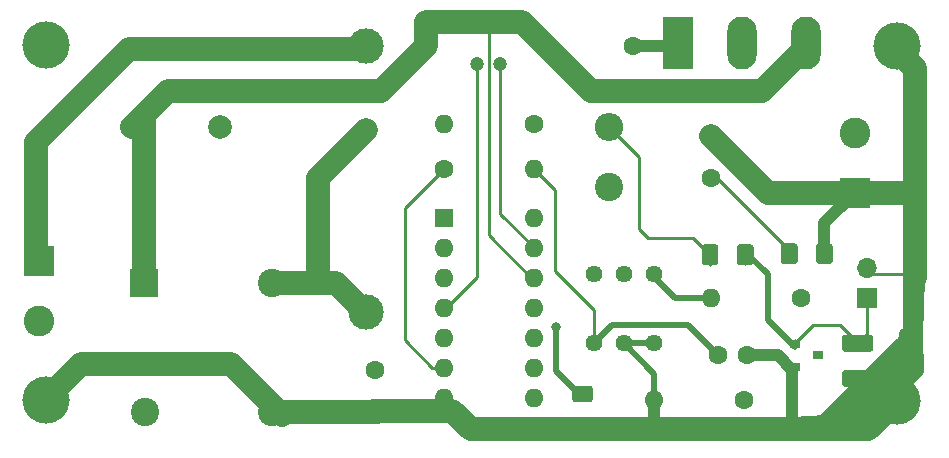
<source format=gbr>
G04 #@! TF.GenerationSoftware,KiCad,Pcbnew,5.1.6+dfsg1-1*
G04 #@! TF.CreationDate,2020-07-23T09:40:13+02:00*
G04 #@! TF.ProjectId,lownoise-pwr,6c6f776e-6f69-4736-952d-7077722e6b69,rev?*
G04 #@! TF.SameCoordinates,Original*
G04 #@! TF.FileFunction,Copper,L1,Top*
G04 #@! TF.FilePolarity,Positive*
%FSLAX46Y46*%
G04 Gerber Fmt 4.6, Leading zero omitted, Abs format (unit mm)*
G04 Created by KiCad (PCBNEW 5.1.6+dfsg1-1) date 2020-07-23 09:40:13*
%MOMM*%
%LPD*%
G01*
G04 APERTURE LIST*
G04 #@! TA.AperFunction,NonConductor*
%ADD10C,0.300000*%
G04 #@! TD*
G04 #@! TA.AperFunction,ComponentPad*
%ADD11C,2.400000*%
G04 #@! TD*
G04 #@! TA.AperFunction,ComponentPad*
%ADD12R,2.400000X2.400000*%
G04 #@! TD*
G04 #@! TA.AperFunction,ComponentPad*
%ADD13O,2.500000X4.500000*%
G04 #@! TD*
G04 #@! TA.AperFunction,ComponentPad*
%ADD14R,2.500000X4.500000*%
G04 #@! TD*
G04 #@! TA.AperFunction,ComponentPad*
%ADD15O,2.400000X2.400000*%
G04 #@! TD*
G04 #@! TA.AperFunction,ComponentPad*
%ADD16C,2.600000*%
G04 #@! TD*
G04 #@! TA.AperFunction,ComponentPad*
%ADD17R,2.600000X2.600000*%
G04 #@! TD*
G04 #@! TA.AperFunction,ComponentPad*
%ADD18C,3.000000*%
G04 #@! TD*
G04 #@! TA.AperFunction,ComponentPad*
%ADD19C,2.000000*%
G04 #@! TD*
G04 #@! TA.AperFunction,ComponentPad*
%ADD20O,1.600000X1.600000*%
G04 #@! TD*
G04 #@! TA.AperFunction,ComponentPad*
%ADD21C,1.600000*%
G04 #@! TD*
G04 #@! TA.AperFunction,ComponentPad*
%ADD22C,1.440000*%
G04 #@! TD*
G04 #@! TA.AperFunction,ComponentPad*
%ADD23C,1.200000*%
G04 #@! TD*
G04 #@! TA.AperFunction,SMDPad,CuDef*
%ADD24R,0.900000X0.800000*%
G04 #@! TD*
G04 #@! TA.AperFunction,ComponentPad*
%ADD25O,1.700000X1.700000*%
G04 #@! TD*
G04 #@! TA.AperFunction,ComponentPad*
%ADD26R,1.700000X1.700000*%
G04 #@! TD*
G04 #@! TA.AperFunction,ComponentPad*
%ADD27R,1.600000X1.600000*%
G04 #@! TD*
G04 #@! TA.AperFunction,ViaPad*
%ADD28C,4.000000*%
G04 #@! TD*
G04 #@! TA.AperFunction,ViaPad*
%ADD29C,0.800000*%
G04 #@! TD*
G04 #@! TA.AperFunction,ViaPad*
%ADD30C,1.500000*%
G04 #@! TD*
G04 #@! TA.AperFunction,Conductor*
%ADD31C,0.250000*%
G04 #@! TD*
G04 #@! TA.AperFunction,Conductor*
%ADD32C,2.000000*%
G04 #@! TD*
G04 #@! TA.AperFunction,Conductor*
%ADD33C,1.000000*%
G04 #@! TD*
G04 #@! TA.AperFunction,Conductor*
%ADD34C,0.500000*%
G04 #@! TD*
G04 APERTURE END LIST*
D10*
X107963200Y-96182571D02*
X107963200Y-94682571D01*
X108320342Y-94682571D01*
X108534628Y-94754000D01*
X108677485Y-94896857D01*
X108748914Y-95039714D01*
X108820342Y-95325428D01*
X108820342Y-95539714D01*
X108748914Y-95825428D01*
X108677485Y-95968285D01*
X108534628Y-96111142D01*
X108320342Y-96182571D01*
X107963200Y-96182571D01*
X109748914Y-94682571D02*
X110034628Y-94682571D01*
X110177485Y-94754000D01*
X110320342Y-94896857D01*
X110391771Y-95182571D01*
X110391771Y-95682571D01*
X110320342Y-95968285D01*
X110177485Y-96111142D01*
X110034628Y-96182571D01*
X109748914Y-96182571D01*
X109606057Y-96111142D01*
X109463200Y-95968285D01*
X109391771Y-95682571D01*
X109391771Y-95182571D01*
X109463200Y-94896857D01*
X109606057Y-94754000D01*
X109748914Y-94682571D01*
X111820342Y-96182571D02*
X110963200Y-96182571D01*
X111391771Y-96182571D02*
X111391771Y-94682571D01*
X111248914Y-94896857D01*
X111106057Y-95039714D01*
X110963200Y-95111142D01*
X112391771Y-96111142D02*
X112606057Y-96182571D01*
X112963200Y-96182571D01*
X113106057Y-96111142D01*
X113177485Y-96039714D01*
X113248914Y-95896857D01*
X113248914Y-95754000D01*
X113177485Y-95611142D01*
X113106057Y-95539714D01*
X112963200Y-95468285D01*
X112677485Y-95396857D01*
X112534628Y-95325428D01*
X112463200Y-95254000D01*
X112391771Y-95111142D01*
X112391771Y-94968285D01*
X112463200Y-94825428D01*
X112534628Y-94754000D01*
X112677485Y-94682571D01*
X113034628Y-94682571D01*
X113248914Y-94754000D01*
X114606057Y-96182571D02*
X113891771Y-96182571D01*
X113891771Y-94682571D01*
X115391771Y-94682571D02*
X115677485Y-94682571D01*
X115820342Y-94754000D01*
X115963200Y-94896857D01*
X116034628Y-95182571D01*
X116034628Y-95682571D01*
X115963200Y-95968285D01*
X115820342Y-96111142D01*
X115677485Y-96182571D01*
X115391771Y-96182571D01*
X115248914Y-96111142D01*
X115106057Y-95968285D01*
X115034628Y-95682571D01*
X115034628Y-95182571D01*
X115106057Y-94896857D01*
X115248914Y-94754000D01*
X115391771Y-94682571D01*
D11*
X67999200Y-93958000D03*
X67999200Y-83058000D03*
D12*
X57099200Y-83058000D03*
D11*
X57199200Y-93958000D03*
D13*
X113211200Y-62738000D03*
X107761200Y-62738000D03*
D14*
X102311200Y-62738000D03*
D15*
X96469200Y-69850000D03*
D11*
X96469200Y-74930000D03*
D16*
X117297200Y-70358000D03*
D17*
X117297200Y-75438000D03*
D18*
X75895200Y-85492000D03*
X75895200Y-62992000D03*
D16*
X48209200Y-86254000D03*
D17*
X48209200Y-81174000D03*
D19*
X63583200Y-69850000D03*
X56083200Y-69850000D03*
D11*
X57199200Y-93958000D03*
D12*
X57099200Y-83058000D03*
D11*
X67999200Y-83058000D03*
X67999200Y-93958000D03*
D20*
X105105200Y-84328000D03*
D21*
X112725200Y-84328000D03*
D22*
X100277200Y-82284000D03*
X97737200Y-82284000D03*
X95197200Y-82284000D03*
X100277200Y-88124000D03*
X97737200Y-88124000D03*
X95197200Y-88124000D03*
G04 #@! TA.AperFunction,SMDPad,CuDef*
G36*
G01*
X107324700Y-81259000D02*
X107324700Y-80009000D01*
G75*
G02*
X107574700Y-79759000I250000J0D01*
G01*
X108499700Y-79759000D01*
G75*
G02*
X108749700Y-80009000I0J-250000D01*
G01*
X108749700Y-81259000D01*
G75*
G02*
X108499700Y-81509000I-250000J0D01*
G01*
X107574700Y-81509000D01*
G75*
G02*
X107324700Y-81259000I0J250000D01*
G01*
G37*
G04 #@! TD.AperFunction*
G04 #@! TA.AperFunction,SMDPad,CuDef*
G36*
G01*
X104349700Y-81259000D02*
X104349700Y-80009000D01*
G75*
G02*
X104599700Y-79759000I250000J0D01*
G01*
X105524700Y-79759000D01*
G75*
G02*
X105774700Y-80009000I0J-250000D01*
G01*
X105774700Y-81259000D01*
G75*
G02*
X105524700Y-81509000I-250000J0D01*
G01*
X104599700Y-81509000D01*
G75*
G02*
X104349700Y-81259000I0J250000D01*
G01*
G37*
G04 #@! TD.AperFunction*
D20*
X100307200Y-92954000D03*
D21*
X107927200Y-92954000D03*
D20*
X90119200Y-73404000D03*
D21*
X82499200Y-73404000D03*
G04 #@! TA.AperFunction,SMDPad,CuDef*
G36*
G01*
X114032200Y-81179000D02*
X114032200Y-79929000D01*
G75*
G02*
X114282200Y-79679000I250000J0D01*
G01*
X115207200Y-79679000D01*
G75*
G02*
X115457200Y-79929000I0J-250000D01*
G01*
X115457200Y-81179000D01*
G75*
G02*
X115207200Y-81429000I-250000J0D01*
G01*
X114282200Y-81429000D01*
G75*
G02*
X114032200Y-81179000I0J250000D01*
G01*
G37*
G04 #@! TD.AperFunction*
G04 #@! TA.AperFunction,SMDPad,CuDef*
G36*
G01*
X111057200Y-81179000D02*
X111057200Y-79929000D01*
G75*
G02*
X111307200Y-79679000I250000J0D01*
G01*
X112232200Y-79679000D01*
G75*
G02*
X112482200Y-79929000I0J-250000D01*
G01*
X112482200Y-81179000D01*
G75*
G02*
X112232200Y-81429000I-250000J0D01*
G01*
X111307200Y-81429000D01*
G75*
G02*
X111057200Y-81179000I0J250000D01*
G01*
G37*
G04 #@! TD.AperFunction*
G04 #@! TA.AperFunction,SMDPad,CuDef*
G36*
G01*
X116476200Y-90400500D02*
X118626200Y-90400500D01*
G75*
G02*
X118876200Y-90650500I0J-250000D01*
G01*
X118876200Y-91575500D01*
G75*
G02*
X118626200Y-91825500I-250000J0D01*
G01*
X116476200Y-91825500D01*
G75*
G02*
X116226200Y-91575500I0J250000D01*
G01*
X116226200Y-90650500D01*
G75*
G02*
X116476200Y-90400500I250000J0D01*
G01*
G37*
G04 #@! TD.AperFunction*
G04 #@! TA.AperFunction,SMDPad,CuDef*
G36*
G01*
X116476200Y-87425500D02*
X118626200Y-87425500D01*
G75*
G02*
X118876200Y-87675500I0J-250000D01*
G01*
X118876200Y-88600500D01*
G75*
G02*
X118626200Y-88850500I-250000J0D01*
G01*
X116476200Y-88850500D01*
G75*
G02*
X116226200Y-88600500I0J250000D01*
G01*
X116226200Y-87675500D01*
G75*
G02*
X116476200Y-87425500I250000J0D01*
G01*
G37*
G04 #@! TD.AperFunction*
X105105200Y-70668000D03*
X105105200Y-74168000D03*
D23*
X87293200Y-64516000D03*
X85293200Y-64516000D03*
D21*
X108197200Y-89134000D03*
X105697200Y-89134000D03*
G04 #@! TA.AperFunction,SMDPad,CuDef*
G36*
G01*
X93632200Y-94696500D02*
X94882200Y-94696500D01*
G75*
G02*
X95132200Y-94946500I0J-250000D01*
G01*
X95132200Y-95871500D01*
G75*
G02*
X94882200Y-96121500I-250000J0D01*
G01*
X93632200Y-96121500D01*
G75*
G02*
X93382200Y-95871500I0J250000D01*
G01*
X93382200Y-94946500D01*
G75*
G02*
X93632200Y-94696500I250000J0D01*
G01*
G37*
G04 #@! TD.AperFunction*
G04 #@! TA.AperFunction,SMDPad,CuDef*
G36*
G01*
X93632200Y-91721500D02*
X94882200Y-91721500D01*
G75*
G02*
X95132200Y-91971500I0J-250000D01*
G01*
X95132200Y-92896500D01*
G75*
G02*
X94882200Y-93146500I-250000J0D01*
G01*
X93632200Y-93146500D01*
G75*
G02*
X93382200Y-92896500I0J250000D01*
G01*
X93382200Y-91971500D01*
G75*
G02*
X93632200Y-91721500I250000J0D01*
G01*
G37*
G04 #@! TD.AperFunction*
D24*
X114233200Y-89154000D03*
X112233200Y-90104000D03*
X112233200Y-88204000D03*
D25*
X118313200Y-81788000D03*
D26*
X118313200Y-84328000D03*
D21*
X76657200Y-93904000D03*
X76657200Y-90404000D03*
D20*
X90119200Y-77520800D03*
X82499200Y-92760800D03*
X90119200Y-80060800D03*
X82499200Y-90220800D03*
X90119200Y-82600800D03*
X82499200Y-87680800D03*
X90119200Y-85140800D03*
X82499200Y-85140800D03*
X90119200Y-87680800D03*
X82499200Y-82600800D03*
X90119200Y-90220800D03*
X82499200Y-80060800D03*
X90119200Y-92760800D03*
D27*
X82499200Y-77520800D03*
D20*
X82499200Y-69596000D03*
D21*
X90119200Y-69596000D03*
D20*
X90881200Y-62992000D03*
D21*
X98501200Y-62992000D03*
D28*
X120853200Y-92989400D03*
X48857200Y-62874000D03*
X48857200Y-92964000D03*
X120853200Y-62966600D03*
D29*
X91977200Y-86724000D03*
X105062200Y-80634000D03*
D30*
X75895200Y-70104000D03*
D31*
X100265200Y-88124000D02*
X100279200Y-88138000D01*
X82383000Y-92644600D02*
X82499200Y-92760800D01*
X82499200Y-92760800D02*
X82499200Y-93040200D01*
D32*
X118440200Y-95402400D02*
X120853200Y-92989400D01*
D33*
X81356000Y-93904000D02*
X82499200Y-92760800D01*
D32*
X76527200Y-93904000D02*
X81356000Y-93904000D01*
D31*
X48857200Y-62874000D02*
X48857200Y-63164000D01*
X76527200Y-93904000D02*
X76177200Y-93904000D01*
D32*
X84861400Y-95402400D02*
X109838800Y-95402400D01*
D33*
X100277200Y-93224000D02*
X100277200Y-95064000D01*
D31*
X122517200Y-68224000D02*
X122627200Y-68114000D01*
X120853200Y-92248000D02*
X120853200Y-92989400D01*
D33*
X122627200Y-90474000D02*
X120853200Y-92248000D01*
D31*
X122507200Y-87384000D02*
X122607200Y-87484000D01*
X121577200Y-87384000D02*
X122507200Y-87384000D01*
D33*
X122607200Y-87484000D02*
X122627200Y-90474000D01*
D31*
X122437200Y-82864000D02*
X122737200Y-82564000D01*
X121547200Y-82864000D02*
X122437200Y-82864000D01*
D33*
X122737200Y-82564000D02*
X122607200Y-87484000D01*
X110797200Y-89134000D02*
X112037200Y-90374000D01*
X108197200Y-89134000D02*
X110797200Y-89134000D01*
D31*
X112037200Y-95294000D02*
X112147200Y-95404000D01*
D33*
X112037200Y-90374000D02*
X112037200Y-95294000D01*
D32*
X109838800Y-95402400D02*
X112147200Y-95404000D01*
D34*
X100307200Y-90694000D02*
X97737200Y-88124000D01*
X100307200Y-92954000D02*
X100307200Y-90694000D01*
D31*
X122595200Y-80554000D02*
X122631200Y-80518000D01*
X83185200Y-93904000D02*
X83261200Y-93980000D01*
D32*
X81356000Y-93904000D02*
X83185200Y-93904000D01*
X83261200Y-93980000D02*
X84861400Y-95402400D01*
D33*
X82499200Y-93040200D02*
X83261200Y-93980000D01*
D31*
X121547200Y-87354000D02*
X121577200Y-87384000D01*
D33*
X121869200Y-82864000D02*
X121869200Y-87354000D01*
D31*
X116281200Y-94996000D02*
X116281200Y-95504000D01*
D33*
X122085200Y-89662000D02*
X116789200Y-94958000D01*
D32*
X110000000Y-95400000D02*
X118440200Y-95400000D01*
D31*
X121709200Y-82702000D02*
X121547200Y-82864000D01*
D32*
X116281200Y-93726000D02*
X121361200Y-88646000D01*
D33*
X121361200Y-88646000D02*
X121577200Y-89700000D01*
X121577200Y-87384000D02*
X121361200Y-88646000D01*
D32*
X116281200Y-93726000D02*
X114757200Y-95250000D01*
X114757200Y-95300000D02*
X116281200Y-95300000D01*
X112147200Y-95404000D02*
X114757200Y-95250000D01*
D34*
X97737200Y-88124000D02*
X100277200Y-88124000D01*
D31*
X48857200Y-92964000D02*
X49225200Y-92964000D01*
D32*
X68507200Y-93958000D02*
X76889200Y-93958000D01*
D31*
X48857200Y-92964000D02*
X48857200Y-92824000D01*
D32*
X48857200Y-92824000D02*
X51765200Y-89916000D01*
X51765200Y-89916000D02*
X64465200Y-89916000D01*
X64465200Y-89916000D02*
X68783200Y-94234000D01*
X122377200Y-64850600D02*
X120493200Y-62966600D01*
D31*
X121869200Y-75438000D02*
X122377200Y-75946000D01*
D32*
X117297200Y-75438000D02*
X121869200Y-75438000D01*
X122377200Y-75946000D02*
X122377200Y-64850600D01*
X122377200Y-82564000D02*
X122377200Y-75946000D01*
D33*
X114744700Y-80554000D02*
X114744700Y-77990500D01*
X114744700Y-77990500D02*
X117297200Y-75438000D01*
D31*
X122109200Y-82296000D02*
X122377200Y-82564000D01*
X118313200Y-82296000D02*
X122109200Y-82296000D01*
D32*
X117297200Y-75438000D02*
X109931200Y-75438000D01*
X109931200Y-75438000D02*
X105105200Y-70612000D01*
D31*
X82499200Y-90220800D02*
X81534000Y-90220800D01*
X81534000Y-90220800D02*
X79197200Y-87884000D01*
X79197200Y-87884000D02*
X79197200Y-76708000D01*
X79197200Y-76708000D02*
X82499200Y-73406000D01*
X90119200Y-82600800D02*
X89458800Y-82600800D01*
X90119200Y-82600800D02*
X90043000Y-82600800D01*
D34*
X91977200Y-86724000D02*
X91977200Y-90464000D01*
D31*
X93947200Y-92434000D02*
X94257200Y-92434000D01*
D34*
X91977200Y-90464000D02*
X93947200Y-92434000D01*
D31*
X80987200Y-60960000D02*
X80975200Y-60960000D01*
D32*
X80987200Y-60960000D02*
X80987200Y-62980000D01*
X80987200Y-62980000D02*
X77165200Y-66802000D01*
X77165200Y-66802000D02*
X59131200Y-66802000D01*
D31*
X57099200Y-69088000D02*
X56972200Y-68961000D01*
D32*
X57099200Y-83058000D02*
X57099200Y-69088000D01*
X56972200Y-68961000D02*
X56083200Y-69850000D01*
X59131200Y-66802000D02*
X56972200Y-68961000D01*
D31*
X90119200Y-82600800D02*
X89916000Y-82600800D01*
X86309200Y-78994000D02*
X86309200Y-60960000D01*
X89916000Y-82600800D02*
X86309200Y-78994000D01*
D32*
X86309200Y-60960000D02*
X80987200Y-60960000D01*
D31*
X113487200Y-63754000D02*
X113487200Y-64516000D01*
D32*
X86309200Y-60960000D02*
X89103200Y-60960000D01*
X89103200Y-60960000D02*
X90881200Y-62738000D01*
D31*
X113211200Y-62738000D02*
X113211200Y-63014000D01*
D32*
X113211200Y-63014000D02*
X109423200Y-66802000D01*
X109423200Y-66802000D02*
X94945200Y-66802000D01*
X94945200Y-66802000D02*
X91135200Y-62992000D01*
D33*
X98501200Y-62992000D02*
X101803200Y-62992000D01*
D31*
X95197200Y-88124000D02*
X95197200Y-87644000D01*
X76527200Y-90404000D02*
X76527200Y-90300000D01*
X95197200Y-88124000D02*
X95213200Y-88124000D01*
D34*
X95213200Y-88124000D02*
X96723200Y-86614000D01*
X103177200Y-86614000D02*
X105697200Y-89134000D01*
X96723200Y-86614000D02*
X103177200Y-86614000D01*
D31*
X90119200Y-73404000D02*
X90371200Y-73404000D01*
X95197200Y-88124000D02*
X95197200Y-85342000D01*
X95197200Y-85342000D02*
X91897200Y-82042000D01*
X91897200Y-82042000D02*
X91897200Y-75184000D01*
X91897200Y-75184000D02*
X90119200Y-73406000D01*
X105062200Y-80634000D02*
X105062200Y-80634000D01*
X105062200Y-80634000D02*
X105062200Y-81499000D01*
X96469200Y-69850000D02*
X98755200Y-72136000D01*
X98755200Y-72136000D02*
X99009200Y-72390000D01*
X99009200Y-72390000D02*
X99009200Y-78486000D01*
X99009200Y-78486000D02*
X99771200Y-79248000D01*
X99771200Y-79248000D02*
X103581200Y-79248000D01*
X103581200Y-79248000D02*
X105105200Y-80772000D01*
X90119200Y-80060800D02*
X90140400Y-80060800D01*
X90119200Y-80060800D02*
X90220400Y-80060800D01*
X87293200Y-64516000D02*
X87293200Y-77184000D01*
X87293200Y-77184000D02*
X90119200Y-80010000D01*
X82499200Y-85140800D02*
X81824000Y-85140800D01*
X97737200Y-82284000D02*
X97737200Y-82134000D01*
X82499200Y-85140800D02*
X82702400Y-85140800D01*
X82702400Y-85140800D02*
X85293200Y-82550000D01*
X85293200Y-82550000D02*
X85293200Y-64516000D01*
X111689700Y-80634000D02*
X111769700Y-80554000D01*
X105105200Y-74168000D02*
X105613200Y-74168000D01*
X105613200Y-74168000D02*
X111963200Y-80518000D01*
X108037200Y-80634000D02*
X108037200Y-81418000D01*
X112037200Y-88474000D02*
X112087200Y-88474000D01*
X112233200Y-88474000D02*
X112233200Y-88376000D01*
X108037200Y-80380000D02*
X108037200Y-80634000D01*
X108037200Y-80634000D02*
X108269200Y-80634000D01*
D34*
X108269200Y-80634000D02*
X109931200Y-82296000D01*
X109931200Y-86172000D02*
X112233200Y-88474000D01*
X109931200Y-82296000D02*
X109931200Y-86172000D01*
D31*
X108037200Y-80634000D02*
X108037200Y-80604000D01*
X112233200Y-88204000D02*
X112233200Y-87868000D01*
X112233200Y-88204000D02*
X112233200Y-88122000D01*
X112233200Y-88122000D02*
X113741200Y-86614000D01*
X113741200Y-86614000D02*
X116027200Y-86614000D01*
X116027200Y-86614000D02*
X117551200Y-88138000D01*
X117551200Y-88138000D02*
X118313200Y-87376000D01*
X118313200Y-87376000D02*
X118313200Y-84328000D01*
D32*
X73355200Y-83058000D02*
X75641200Y-85344000D01*
X71831200Y-74168000D02*
X75895200Y-70104000D01*
X71831200Y-83058000D02*
X71831200Y-74168000D01*
X67999200Y-83058000D02*
X71831200Y-83058000D01*
X71831200Y-83058000D02*
X73355200Y-83058000D01*
X47955200Y-81174000D02*
X47955200Y-71120000D01*
X47955200Y-71120000D02*
X55829200Y-63246000D01*
X55829200Y-63246000D02*
X76149200Y-63246000D01*
D31*
X90119200Y-87680800D02*
X90119200Y-87630000D01*
X90119200Y-87680800D02*
X90119200Y-87622000D01*
X100267200Y-82284000D02*
X100279200Y-82296000D01*
X100277200Y-82284000D02*
X100277200Y-82548000D01*
D34*
X102057200Y-84328000D02*
X105105200Y-84328000D01*
X100277200Y-82548000D02*
X102057200Y-84328000D01*
D31*
X95197200Y-82284000D02*
X95197200Y-82344000D01*
M02*

</source>
